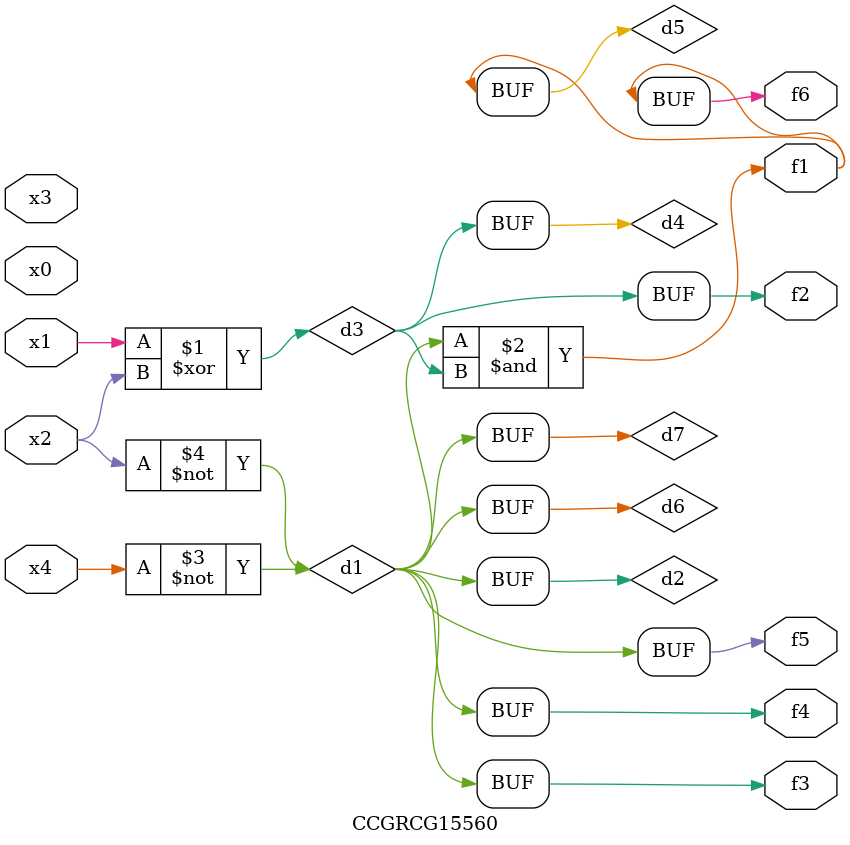
<source format=v>
module CCGRCG15560(
	input x0, x1, x2, x3, x4,
	output f1, f2, f3, f4, f5, f6
);

	wire d1, d2, d3, d4, d5, d6, d7;

	not (d1, x4);
	not (d2, x2);
	xor (d3, x1, x2);
	buf (d4, d3);
	and (d5, d1, d3);
	buf (d6, d1, d2);
	buf (d7, d2);
	assign f1 = d5;
	assign f2 = d4;
	assign f3 = d7;
	assign f4 = d7;
	assign f5 = d7;
	assign f6 = d5;
endmodule

</source>
